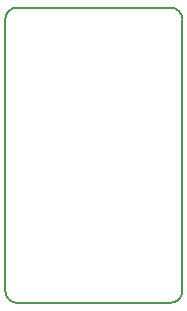
<source format=gm1>
%TF.GenerationSoftware,KiCad,Pcbnew,4.0.7*%
%TF.CreationDate,2017-10-11T16:39:00+02:00*%
%TF.ProjectId,ESP12_pcb,45535031325F7063622E6B696361645F,rev?*%
%TF.FileFunction,Profile,NP*%
%FSLAX46Y46*%
G04 Gerber Fmt 4.6, Leading zero omitted, Abs format (unit mm)*
G04 Created by KiCad (PCBNEW 4.0.7) date Wednesday, 11 October 2017 'PMt' 16:39:00*
%MOMM*%
%LPD*%
G01*
G04 APERTURE LIST*
%ADD10C,0.127000*%
G04 APERTURE END LIST*
D10*
X42200000Y-89550000D02*
G75*
G03X43200000Y-90550000I1000000J0D01*
G01*
X56200000Y-90550000D02*
G75*
G03X57200000Y-89550000I0J1000000D01*
G01*
X57200000Y-66550000D02*
G75*
G03X56200000Y-65550000I-1000000J0D01*
G01*
X43200000Y-65550000D02*
G75*
G03X42200000Y-66550000I0J-1000000D01*
G01*
X42200000Y-89550000D02*
X42200000Y-66550000D01*
X56200000Y-90550000D02*
X43200000Y-90550000D01*
X57200000Y-66600000D02*
X57200000Y-89550000D01*
X56200000Y-65550000D02*
X56200000Y-65550000D01*
X43200000Y-65550000D02*
X56200000Y-65550000D01*
M02*

</source>
